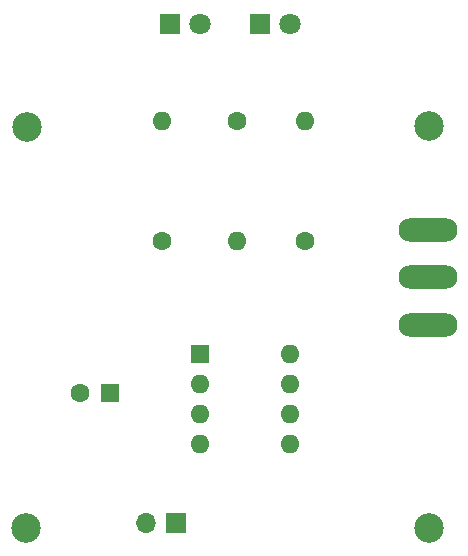
<source format=gbr>
G04 #@! TF.GenerationSoftware,KiCad,Pcbnew,(5.1.0)-1*
G04 #@! TF.CreationDate,2019-06-14T11:01:10+01:00*
G04 #@! TF.ProjectId,Fibre Tester,46696272-6520-4546-9573-7465722e6b69,rev?*
G04 #@! TF.SameCoordinates,Original*
G04 #@! TF.FileFunction,Soldermask,Bot*
G04 #@! TF.FilePolarity,Negative*
%FSLAX46Y46*%
G04 Gerber Fmt 4.6, Leading zero omitted, Abs format (unit mm)*
G04 Created by KiCad (PCBNEW (5.1.0)-1) date 2019-06-14 11:01:10*
%MOMM*%
%LPD*%
G04 APERTURE LIST*
%ADD10O,1.700000X1.700000*%
%ADD11R,1.700000X1.700000*%
%ADD12O,1.600000X1.600000*%
%ADD13C,1.600000*%
%ADD14R,1.600000X1.600000*%
%ADD15R,1.800000X1.800000*%
%ADD16C,1.800000*%
%ADD17O,5.000000X2.000000*%
%ADD18C,2.500000*%
G04 APERTURE END LIST*
D10*
X122428000Y-80391000D03*
D11*
X124968000Y-80391000D03*
D12*
X130175000Y-56515000D03*
D13*
X130175000Y-46355000D03*
D12*
X135890000Y-46355000D03*
D13*
X135890000Y-56515000D03*
D12*
X123825000Y-46355000D03*
D13*
X123825000Y-56515000D03*
D14*
X119380000Y-69321001D03*
D13*
X116880000Y-69321001D03*
D15*
X132080000Y-38100000D03*
D16*
X134620000Y-38100000D03*
X127000000Y-38100000D03*
D15*
X124460000Y-38100000D03*
D14*
X127000000Y-66040000D03*
D12*
X134620000Y-73660000D03*
X127000000Y-68580000D03*
X134620000Y-71120000D03*
X127000000Y-71120000D03*
X134620000Y-68580000D03*
X127000000Y-73660000D03*
X134620000Y-66040000D03*
D17*
X146304000Y-63563000D03*
X146304000Y-59563000D03*
X146304000Y-55563000D03*
D18*
X112268000Y-80772000D03*
X146431000Y-80772000D03*
X112395000Y-46863000D03*
X146431000Y-46736000D03*
M02*

</source>
